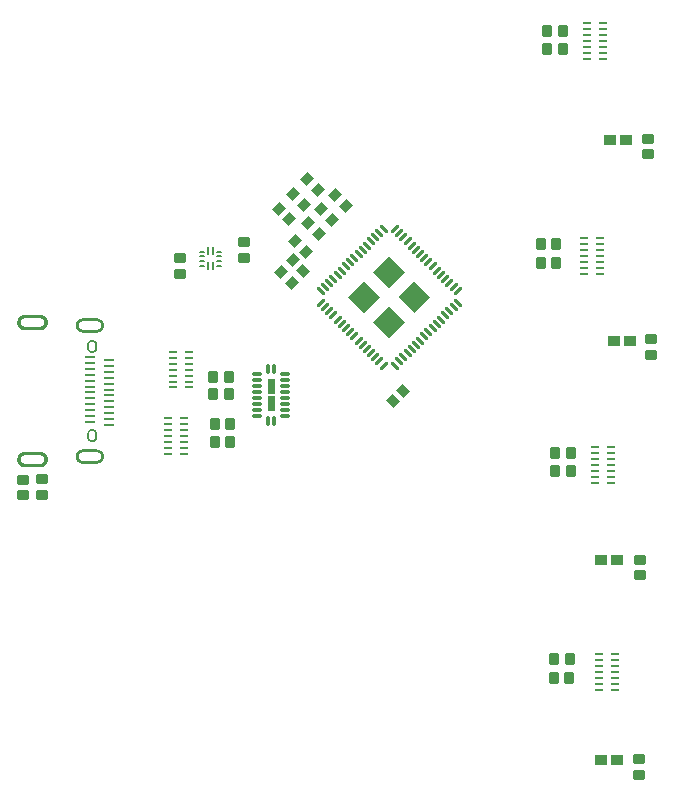
<source format=gtp>
G04*
G04 #@! TF.GenerationSoftware,Altium Limited,Altium Designer,24.0.1 (36)*
G04*
G04 Layer_Color=8421504*
%FSLAX44Y44*%
%MOMM*%
G71*
G04*
G04 #@! TF.SameCoordinates,3B49473D-73B2-42EE-9F38-8EB038721B03*
G04*
G04*
G04 #@! TF.FilePolarity,Positive*
G04*
G01*
G75*
G04:AMPARAMS|DCode=17|XSize=0.86mm|YSize=0.26mm|CornerRadius=0.0325mm|HoleSize=0mm|Usage=FLASHONLY|Rotation=135.000|XOffset=0mm|YOffset=0mm|HoleType=Round|Shape=RoundedRectangle|*
%AMROUNDEDRECTD17*
21,1,0.8600,0.1950,0,0,135.0*
21,1,0.7950,0.2600,0,0,135.0*
1,1,0.0650,-0.2121,0.3500*
1,1,0.0650,0.3500,-0.2121*
1,1,0.0650,0.2121,-0.3500*
1,1,0.0650,-0.3500,0.2121*
%
%ADD17ROUNDEDRECTD17*%
G04:AMPARAMS|DCode=18|XSize=0.26mm|YSize=0.86mm|CornerRadius=0.0325mm|HoleSize=0mm|Usage=FLASHONLY|Rotation=135.000|XOffset=0mm|YOffset=0mm|HoleType=Round|Shape=RoundedRectangle|*
%AMROUNDEDRECTD18*
21,1,0.2600,0.7950,0,0,135.0*
21,1,0.1950,0.8600,0,0,135.0*
1,1,0.0650,0.2121,0.3500*
1,1,0.0650,0.3500,0.2121*
1,1,0.0650,-0.2121,-0.3500*
1,1,0.0650,-0.3500,-0.2121*
%
%ADD18ROUNDEDRECTD18*%
%ADD19R,0.9500X0.2700*%
G04:AMPARAMS|DCode=20|XSize=1mm|YSize=0.82mm|CornerRadius=0.041mm|HoleSize=0mm|Usage=FLASHONLY|Rotation=180.000|XOffset=0mm|YOffset=0mm|HoleType=Round|Shape=RoundedRectangle|*
%AMROUNDEDRECTD20*
21,1,1.0000,0.7380,0,0,180.0*
21,1,0.9180,0.8200,0,0,180.0*
1,1,0.0820,-0.4590,0.3690*
1,1,0.0820,0.4590,0.3690*
1,1,0.0820,0.4590,-0.3690*
1,1,0.0820,-0.4590,-0.3690*
%
%ADD20ROUNDEDRECTD20*%
G04:AMPARAMS|DCode=21|XSize=0.95mm|YSize=0.8mm|CornerRadius=0.04mm|HoleSize=0mm|Usage=FLASHONLY|Rotation=45.000|XOffset=0mm|YOffset=0mm|HoleType=Round|Shape=RoundedRectangle|*
%AMROUNDEDRECTD21*
21,1,0.9500,0.7200,0,0,45.0*
21,1,0.8700,0.8000,0,0,45.0*
1,1,0.0800,0.5622,0.0530*
1,1,0.0800,-0.0530,-0.5622*
1,1,0.0800,-0.5622,-0.0530*
1,1,0.0800,0.0530,0.5622*
%
%ADD21ROUNDEDRECTD21*%
G04:AMPARAMS|DCode=22|XSize=0.74mm|YSize=0.22mm|CornerRadius=0.0066mm|HoleSize=0mm|Usage=FLASHONLY|Rotation=180.000|XOffset=0mm|YOffset=0mm|HoleType=Round|Shape=RoundedRectangle|*
%AMROUNDEDRECTD22*
21,1,0.7400,0.2068,0,0,180.0*
21,1,0.7268,0.2200,0,0,180.0*
1,1,0.0132,-0.3634,0.1034*
1,1,0.0132,0.3634,0.1034*
1,1,0.0132,0.3634,-0.1034*
1,1,0.0132,-0.3634,-0.1034*
%
%ADD22ROUNDEDRECTD22*%
G04:AMPARAMS|DCode=23|XSize=0.95mm|YSize=0.8mm|CornerRadius=0.04mm|HoleSize=0mm|Usage=FLASHONLY|Rotation=135.000|XOffset=0mm|YOffset=0mm|HoleType=Round|Shape=RoundedRectangle|*
%AMROUNDEDRECTD23*
21,1,0.9500,0.7200,0,0,135.0*
21,1,0.8700,0.8000,0,0,135.0*
1,1,0.0800,-0.0530,0.5622*
1,1,0.0800,0.5622,-0.0530*
1,1,0.0800,0.0530,-0.5622*
1,1,0.0800,-0.5622,0.0530*
%
%ADD23ROUNDEDRECTD23*%
G04:AMPARAMS|DCode=24|XSize=0.86mm|YSize=0.27mm|CornerRadius=0.0675mm|HoleSize=0mm|Usage=FLASHONLY|Rotation=270.000|XOffset=0mm|YOffset=0mm|HoleType=Round|Shape=RoundedRectangle|*
%AMROUNDEDRECTD24*
21,1,0.8600,0.1350,0,0,270.0*
21,1,0.7250,0.2700,0,0,270.0*
1,1,0.1350,-0.0675,-0.3625*
1,1,0.1350,-0.0675,0.3625*
1,1,0.1350,0.0675,0.3625*
1,1,0.1350,0.0675,-0.3625*
%
%ADD24ROUNDEDRECTD24*%
G04:AMPARAMS|DCode=25|XSize=0.86mm|YSize=0.27mm|CornerRadius=0.0675mm|HoleSize=0mm|Usage=FLASHONLY|Rotation=0.000|XOffset=0mm|YOffset=0mm|HoleType=Round|Shape=RoundedRectangle|*
%AMROUNDEDRECTD25*
21,1,0.8600,0.1350,0,0,0.0*
21,1,0.7250,0.2700,0,0,0.0*
1,1,0.1350,0.3625,-0.0675*
1,1,0.1350,-0.3625,-0.0675*
1,1,0.1350,-0.3625,0.0675*
1,1,0.1350,0.3625,0.0675*
%
%ADD25ROUNDEDRECTD25*%
G04:AMPARAMS|DCode=26|XSize=0.95mm|YSize=0.8mm|CornerRadius=0.04mm|HoleSize=0mm|Usage=FLASHONLY|Rotation=180.000|XOffset=0mm|YOffset=0mm|HoleType=Round|Shape=RoundedRectangle|*
%AMROUNDEDRECTD26*
21,1,0.9500,0.7200,0,0,180.0*
21,1,0.8700,0.8000,0,0,180.0*
1,1,0.0800,-0.4350,0.3600*
1,1,0.0800,0.4350,0.3600*
1,1,0.0800,0.4350,-0.3600*
1,1,0.0800,-0.4350,-0.3600*
%
%ADD26ROUNDEDRECTD26*%
G04:AMPARAMS|DCode=27|XSize=1mm|YSize=0.82mm|CornerRadius=0.041mm|HoleSize=0mm|Usage=FLASHONLY|Rotation=90.000|XOffset=0mm|YOffset=0mm|HoleType=Round|Shape=RoundedRectangle|*
%AMROUNDEDRECTD27*
21,1,1.0000,0.7380,0,0,90.0*
21,1,0.9180,0.8200,0,0,90.0*
1,1,0.0820,0.3690,0.4590*
1,1,0.0820,0.3690,-0.4590*
1,1,0.0820,-0.3690,-0.4590*
1,1,0.0820,-0.3690,0.4590*
%
%ADD27ROUNDEDRECTD27*%
%ADD28R,1.1061X0.9582*%
G04:AMPARAMS|DCode=29|XSize=0.2mm|YSize=0.5mm|CornerRadius=0.05mm|HoleSize=0mm|Usage=FLASHONLY|Rotation=90.000|XOffset=0mm|YOffset=0mm|HoleType=Round|Shape=RoundedRectangle|*
%AMROUNDEDRECTD29*
21,1,0.2000,0.4000,0,0,90.0*
21,1,0.1000,0.5000,0,0,90.0*
1,1,0.1000,0.2000,0.0500*
1,1,0.1000,0.2000,-0.0500*
1,1,0.1000,-0.2000,-0.0500*
1,1,0.1000,-0.2000,0.0500*
%
%ADD29ROUNDEDRECTD29*%
G36*
X434760Y971840D02*
X434780D01*
X434810Y971830D01*
X434840Y971820D01*
X434860D01*
X434890Y971810D01*
X434910Y971790D01*
X434940Y971780D01*
X434960Y971770D01*
X434980Y971750D01*
X435010Y971730D01*
X435030Y971720D01*
X435050Y971700D01*
X435070Y971680D01*
X435080Y971660D01*
X435100Y971630D01*
X435120Y971610D01*
X435130Y971590D01*
X435140Y971560D01*
X435160Y971540D01*
X435170Y971510D01*
Y971490D01*
X435180Y971460D01*
X435190Y971430D01*
Y971410D01*
X435200Y971380D01*
Y965620D01*
X435190Y965590D01*
Y965570D01*
X435180Y965540D01*
X435170Y965510D01*
Y965490D01*
X435160Y965460D01*
X435140Y965440D01*
X435130Y965410D01*
X435120Y965390D01*
X435100Y965370D01*
X435080Y965340D01*
X435070Y965320D01*
X435050Y965300D01*
X435030Y965280D01*
X435010Y965270D01*
X434980Y965250D01*
X434960Y965230D01*
X434940Y965220D01*
X434910Y965210D01*
X434890Y965190D01*
X434860Y965180D01*
X434840D01*
X434810Y965170D01*
X434780Y965160D01*
X434760D01*
X434730Y965150D01*
X433770D01*
X433740Y965160D01*
X433720D01*
X433690Y965170D01*
X433660Y965180D01*
X433640D01*
X433610Y965190D01*
X433590Y965210D01*
X433560Y965220D01*
X433540Y965230D01*
X433520Y965250D01*
X433490Y965270D01*
X433470Y965280D01*
X433450Y965300D01*
X433430Y965320D01*
X433420Y965340D01*
X433400Y965370D01*
X433380Y965390D01*
X433370Y965410D01*
X433360Y965440D01*
X433340Y965460D01*
X433330Y965490D01*
Y965510D01*
X433320Y965540D01*
X433310Y965570D01*
Y965590D01*
X433300Y965620D01*
Y971380D01*
X433310Y971410D01*
Y971430D01*
X433320Y971460D01*
X433330Y971490D01*
Y971510D01*
X433340Y971540D01*
X433360Y971560D01*
X433370Y971590D01*
X433380Y971610D01*
X433400Y971630D01*
X433420Y971660D01*
X433430Y971680D01*
X433450Y971700D01*
X433470Y971720D01*
X433490Y971730D01*
X433520Y971750D01*
X433540Y971770D01*
X433560Y971780D01*
X433590Y971790D01*
X433610Y971810D01*
X433640Y971820D01*
X433660D01*
X433690Y971830D01*
X433720Y971840D01*
X433740D01*
X433770Y971850D01*
X434730D01*
X434760Y971840D01*
D02*
G37*
G36*
X430760D02*
X430780D01*
X430810Y971830D01*
X430840Y971820D01*
X430860D01*
X430890Y971810D01*
X430910Y971790D01*
X430940Y971780D01*
X430960Y971770D01*
X430980Y971750D01*
X431010Y971730D01*
X431030Y971720D01*
X431050Y971700D01*
X431070Y971680D01*
X431080Y971660D01*
X431100Y971630D01*
X431120Y971610D01*
X431130Y971590D01*
X431140Y971560D01*
X431160Y971540D01*
X431170Y971510D01*
Y971490D01*
X431180Y971460D01*
X431190Y971430D01*
Y971410D01*
X431200Y971380D01*
Y965620D01*
X431190Y965590D01*
Y965570D01*
X431180Y965540D01*
X431170Y965510D01*
Y965490D01*
X431160Y965460D01*
X431140Y965440D01*
X431130Y965410D01*
X431120Y965390D01*
X431100Y965370D01*
X431080Y965340D01*
X431070Y965320D01*
X431050Y965300D01*
X431030Y965280D01*
X431010Y965270D01*
X430980Y965250D01*
X430960Y965230D01*
X430940Y965220D01*
X430910Y965210D01*
X430890Y965190D01*
X430860Y965180D01*
X430840D01*
X430810Y965170D01*
X430780Y965160D01*
X430760D01*
X430730Y965150D01*
X429770D01*
X429740Y965160D01*
X429720D01*
X429690Y965170D01*
X429660Y965180D01*
X429640D01*
X429610Y965190D01*
X429590Y965210D01*
X429560Y965220D01*
X429540Y965230D01*
X429520Y965250D01*
X429490Y965270D01*
X429470Y965280D01*
X429450Y965300D01*
X429430Y965320D01*
X429420Y965340D01*
X429400Y965370D01*
X429380Y965390D01*
X429370Y965410D01*
X429360Y965440D01*
X429340Y965460D01*
X429330Y965490D01*
Y965510D01*
X429320Y965540D01*
X429310Y965570D01*
Y965590D01*
X429300Y965620D01*
Y971380D01*
X429310Y971410D01*
Y971430D01*
X429320Y971460D01*
X429330Y971490D01*
Y971510D01*
X429340Y971540D01*
X429360Y971560D01*
X429370Y971590D01*
X429380Y971610D01*
X429400Y971630D01*
X429420Y971660D01*
X429430Y971680D01*
X429450Y971700D01*
X429470Y971720D01*
X429490Y971730D01*
X429520Y971750D01*
X429540Y971770D01*
X429560Y971780D01*
X429590Y971790D01*
X429610Y971810D01*
X429640Y971820D01*
X429660D01*
X429690Y971830D01*
X429720Y971840D01*
X429740D01*
X429770Y971850D01*
X430730D01*
X430760Y971840D01*
D02*
G37*
G36*
X434760Y958840D02*
X434780D01*
X434810Y958830D01*
X434840Y958820D01*
X434860D01*
X434890Y958810D01*
X434910Y958790D01*
X434940Y958780D01*
X434960Y958770D01*
X434980Y958750D01*
X435010Y958730D01*
X435030Y958720D01*
X435050Y958700D01*
X435070Y958680D01*
X435080Y958660D01*
X435100Y958630D01*
X435120Y958610D01*
X435130Y958590D01*
X435140Y958560D01*
X435160Y958540D01*
X435170Y958510D01*
Y958490D01*
X435180Y958460D01*
X435190Y958430D01*
Y958410D01*
X435200Y958380D01*
Y952620D01*
X435190Y952590D01*
Y952570D01*
X435180Y952540D01*
X435170Y952510D01*
Y952490D01*
X435160Y952460D01*
X435140Y952440D01*
X435130Y952410D01*
X435120Y952390D01*
X435100Y952370D01*
X435080Y952340D01*
X435070Y952320D01*
X435050Y952300D01*
X435030Y952280D01*
X435010Y952270D01*
X434980Y952250D01*
X434960Y952230D01*
X434940Y952220D01*
X434910Y952210D01*
X434890Y952190D01*
X434860Y952180D01*
X434840D01*
X434810Y952170D01*
X434780Y952160D01*
X434760D01*
X434730Y952150D01*
X433770D01*
X433740Y952160D01*
X433720D01*
X433690Y952170D01*
X433660Y952180D01*
X433640D01*
X433610Y952190D01*
X433590Y952210D01*
X433560Y952220D01*
X433540Y952230D01*
X433520Y952250D01*
X433490Y952270D01*
X433470Y952280D01*
X433450Y952300D01*
X433430Y952320D01*
X433420Y952340D01*
X433400Y952370D01*
X433380Y952390D01*
X433370Y952410D01*
X433360Y952440D01*
X433340Y952460D01*
X433330Y952490D01*
Y952510D01*
X433320Y952540D01*
X433310Y952570D01*
Y952590D01*
X433300Y952620D01*
Y958380D01*
X433310Y958410D01*
Y958430D01*
X433320Y958460D01*
X433330Y958490D01*
Y958510D01*
X433340Y958540D01*
X433360Y958560D01*
X433370Y958590D01*
X433380Y958610D01*
X433400Y958630D01*
X433420Y958660D01*
X433430Y958680D01*
X433450Y958700D01*
X433470Y958720D01*
X433490Y958730D01*
X433520Y958750D01*
X433540Y958770D01*
X433560Y958780D01*
X433590Y958790D01*
X433610Y958810D01*
X433640Y958820D01*
X433660D01*
X433690Y958830D01*
X433720Y958840D01*
X433740D01*
X433770Y958850D01*
X434730D01*
X434760Y958840D01*
D02*
G37*
G36*
X430760D02*
X430780D01*
X430810Y958830D01*
X430840Y958820D01*
X430860D01*
X430890Y958810D01*
X430910Y958790D01*
X430940Y958780D01*
X430960Y958770D01*
X430980Y958750D01*
X431010Y958730D01*
X431030Y958720D01*
X431050Y958700D01*
X431070Y958680D01*
X431080Y958660D01*
X431100Y958630D01*
X431120Y958610D01*
X431130Y958590D01*
X431140Y958560D01*
X431160Y958540D01*
X431170Y958510D01*
Y958490D01*
X431180Y958460D01*
X431190Y958430D01*
Y958410D01*
X431200Y958380D01*
Y952620D01*
X431190Y952590D01*
Y952570D01*
X431180Y952540D01*
X431170Y952510D01*
Y952490D01*
X431160Y952460D01*
X431140Y952440D01*
X431130Y952410D01*
X431120Y952390D01*
X431100Y952370D01*
X431080Y952340D01*
X431070Y952320D01*
X431050Y952300D01*
X431030Y952280D01*
X431010Y952270D01*
X430980Y952250D01*
X430960Y952230D01*
X430940Y952220D01*
X430910Y952210D01*
X430890Y952190D01*
X430860Y952180D01*
X430840D01*
X430810Y952170D01*
X430780Y952160D01*
X430760D01*
X430730Y952150D01*
X429770D01*
X429740Y952160D01*
X429720D01*
X429690Y952170D01*
X429660Y952180D01*
X429640D01*
X429610Y952190D01*
X429590Y952210D01*
X429560Y952220D01*
X429540Y952230D01*
X429520Y952250D01*
X429490Y952270D01*
X429470Y952280D01*
X429450Y952300D01*
X429430Y952320D01*
X429420Y952340D01*
X429400Y952370D01*
X429380Y952390D01*
X429370Y952410D01*
X429360Y952440D01*
X429340Y952460D01*
X429330Y952490D01*
Y952510D01*
X429320Y952540D01*
X429310Y952570D01*
Y952590D01*
X429300Y952620D01*
Y958380D01*
X429310Y958410D01*
Y958430D01*
X429320Y958460D01*
X429330Y958490D01*
Y958510D01*
X429340Y958540D01*
X429360Y958560D01*
X429370Y958590D01*
X429380Y958610D01*
X429400Y958630D01*
X429420Y958660D01*
X429430Y958680D01*
X429450Y958700D01*
X429470Y958720D01*
X429490Y958730D01*
X429520Y958750D01*
X429540Y958770D01*
X429560Y958780D01*
X429590Y958790D01*
X429610Y958810D01*
X429640Y958820D01*
X429660D01*
X429690Y958830D01*
X429720Y958840D01*
X429740D01*
X429770Y958850D01*
X430730D01*
X430760Y958840D01*
D02*
G37*
G36*
X596992Y950627D02*
X583557Y937192D01*
X570122Y950627D01*
X583557Y964062D01*
X596992Y950627D01*
D02*
G37*
G36*
X618205Y929414D02*
X604770Y915978D01*
X591335Y929414D01*
X604770Y942849D01*
X618205Y929414D01*
D02*
G37*
G36*
X575779D02*
X562344Y915978D01*
X548909Y929414D01*
X562344Y942849D01*
X575779Y929414D01*
D02*
G37*
G36*
X288340Y914491D02*
X288679Y914464D01*
X289017Y914420D01*
X289351Y914358D01*
X289682Y914278D01*
X290009Y914182D01*
X290329Y914068D01*
X290644Y913938D01*
X290951Y913792D01*
X291250Y913629D01*
X291540Y913451D01*
X291821Y913259D01*
X292091Y913052D01*
X292349Y912830D01*
X292596Y912596D01*
X292831Y912349D01*
X293051Y912091D01*
X293259Y911821D01*
X293451Y911540D01*
X293629Y911250D01*
X293792Y910951D01*
X293938Y910644D01*
X294068Y910329D01*
X294182Y910009D01*
X294279Y909682D01*
X294358Y909351D01*
X294420Y909017D01*
X294464Y908679D01*
X294491Y908340D01*
X294500Y908000D01*
X294491Y907660D01*
X294464Y907321D01*
X294420Y906983D01*
X294358Y906649D01*
X294279Y906318D01*
X294182Y905991D01*
X294068Y905671D01*
X293938Y905356D01*
X293792Y905049D01*
X293629Y904750D01*
X293451Y904460D01*
X293259Y904179D01*
X293051Y903909D01*
X292831Y903651D01*
X292596Y903404D01*
X292349Y903170D01*
X292091Y902949D01*
X291821Y902741D01*
X291540Y902549D01*
X291250Y902371D01*
X290951Y902208D01*
X290644Y902062D01*
X290329Y901932D01*
X290009Y901818D01*
X289682Y901721D01*
X289351Y901642D01*
X289017Y901580D01*
X288679Y901536D01*
X288340Y901509D01*
X288000Y901500D01*
X275000D01*
X274660Y901509D01*
X274321Y901536D01*
X273983Y901580D01*
X273649Y901642D01*
X273318Y901721D01*
X272991Y901818D01*
X272671Y901932D01*
X272356Y902062D01*
X272049Y902208D01*
X271750Y902371D01*
X271460Y902549D01*
X271179Y902741D01*
X270909Y902949D01*
X270651Y903170D01*
X270404Y903404D01*
X270170Y903651D01*
X269949Y903909D01*
X269741Y904179D01*
X269549Y904460D01*
X269371Y904750D01*
X269209Y905049D01*
X269062Y905356D01*
X268932Y905671D01*
X268818Y905991D01*
X268722Y906318D01*
X268642Y906649D01*
X268580Y906983D01*
X268536Y907321D01*
X268509Y907660D01*
X268500Y908000D01*
X268509Y908340D01*
X268536Y908679D01*
X268580Y909017D01*
X268642Y909351D01*
X268722Y909682D01*
X268818Y910009D01*
X268932Y910329D01*
X269062Y910644D01*
X269209Y910951D01*
X269371Y911250D01*
X269549Y911540D01*
X269741Y911821D01*
X269949Y912091D01*
X270170Y912349D01*
X270404Y912596D01*
X270651Y912830D01*
X270909Y913052D01*
X271179Y913259D01*
X271460Y913451D01*
X271750Y913629D01*
X272049Y913792D01*
X272356Y913938D01*
X272671Y914068D01*
X272991Y914182D01*
X273318Y914278D01*
X273649Y914358D01*
X273983Y914420D01*
X274321Y914464D01*
X274660Y914491D01*
X275000Y914500D01*
X288000D01*
X288340Y914491D01*
D02*
G37*
G36*
X336314Y911492D02*
X336627Y911467D01*
X336939Y911426D01*
X337248Y911369D01*
X337553Y911296D01*
X337854Y911206D01*
X338150Y911102D01*
X338440Y910981D01*
X338724Y910846D01*
X339000Y910696D01*
X339268Y910532D01*
X339527Y910354D01*
X339776Y910163D01*
X340015Y909959D01*
X340243Y909743D01*
X340459Y909515D01*
X340663Y909276D01*
X340854Y909027D01*
X341032Y908768D01*
X341196Y908500D01*
X341346Y908224D01*
X341481Y907940D01*
X341601Y907650D01*
X341706Y907354D01*
X341796Y907053D01*
X341869Y906748D01*
X341926Y906439D01*
X341967Y906127D01*
X341992Y905814D01*
X342000Y905500D01*
X341992Y905186D01*
X341967Y904873D01*
X341926Y904561D01*
X341869Y904252D01*
X341796Y903947D01*
X341706Y903646D01*
X341601Y903350D01*
X341481Y903060D01*
X341346Y902776D01*
X341196Y902500D01*
X341032Y902232D01*
X340854Y901973D01*
X340663Y901724D01*
X340459Y901485D01*
X340243Y901257D01*
X340015Y901041D01*
X339776Y900837D01*
X339527Y900646D01*
X339268Y900468D01*
X339000Y900304D01*
X338724Y900154D01*
X338440Y900019D01*
X338150Y899899D01*
X337854Y899794D01*
X337553Y899704D01*
X337248Y899631D01*
X336939Y899574D01*
X336627Y899533D01*
X336314Y899508D01*
X336000Y899500D01*
X324000D01*
X323686Y899508D01*
X323373Y899533D01*
X323061Y899574D01*
X322752Y899631D01*
X322447Y899704D01*
X322146Y899794D01*
X321850Y899899D01*
X321560Y900019D01*
X321276Y900154D01*
X321000Y900304D01*
X320732Y900468D01*
X320473Y900646D01*
X320224Y900837D01*
X319985Y901041D01*
X319757Y901257D01*
X319541Y901485D01*
X319337Y901724D01*
X319146Y901973D01*
X318968Y902232D01*
X318804Y902500D01*
X318654Y902776D01*
X318519Y903060D01*
X318398Y903350D01*
X318294Y903646D01*
X318204Y903947D01*
X318131Y904252D01*
X318074Y904561D01*
X318033Y904873D01*
X318008Y905186D01*
X318000Y905500D01*
X318008Y905814D01*
X318033Y906127D01*
X318074Y906439D01*
X318131Y906748D01*
X318204Y907053D01*
X318294Y907354D01*
X318398Y907650D01*
X318519Y907940D01*
X318654Y908224D01*
X318804Y908500D01*
X318968Y908768D01*
X319146Y909027D01*
X319337Y909276D01*
X319541Y909515D01*
X319757Y909743D01*
X319985Y909959D01*
X320224Y910163D01*
X320473Y910354D01*
X320732Y910532D01*
X321000Y910696D01*
X321276Y910846D01*
X321560Y910981D01*
X321850Y911102D01*
X322146Y911206D01*
X322447Y911296D01*
X322752Y911369D01*
X323061Y911426D01*
X323373Y911467D01*
X323686Y911492D01*
X324000Y911500D01*
X336000D01*
X336314Y911492D01*
D02*
G37*
G36*
X596992Y908200D02*
X583557Y894765D01*
X570122Y908200D01*
X583557Y921635D01*
X596992Y908200D01*
D02*
G37*
G36*
X332222Y893244D02*
X332444Y893227D01*
X332665Y893198D01*
X332884Y893157D01*
X333100Y893105D01*
X333313Y893042D01*
X333523Y892968D01*
X333729Y892883D01*
X333929Y892787D01*
X334125Y892681D01*
X334315Y892564D01*
X334498Y892438D01*
X334675Y892303D01*
X334844Y892158D01*
X335005Y892005D01*
X335158Y891844D01*
X335303Y891675D01*
X335438Y891498D01*
X335564Y891315D01*
X335681Y891125D01*
X335787Y890929D01*
X335883Y890729D01*
X335968Y890523D01*
X336042Y890313D01*
X336105Y890100D01*
X336157Y889884D01*
X336198Y889665D01*
X336227Y889444D01*
X336244Y889222D01*
X336250Y889000D01*
Y887750D01*
Y886500D01*
X336244Y886278D01*
X336227Y886056D01*
X336198Y885835D01*
X336157Y885616D01*
X336105Y885400D01*
X336042Y885187D01*
X335968Y884977D01*
X335883Y884771D01*
X335787Y884570D01*
X335681Y884375D01*
X335564Y884185D01*
X335438Y884002D01*
X335303Y883825D01*
X335158Y883656D01*
X335005Y883495D01*
X334844Y883342D01*
X334675Y883197D01*
X334498Y883062D01*
X334315Y882936D01*
X334125Y882819D01*
X333929Y882713D01*
X333729Y882617D01*
X333523Y882532D01*
X333313Y882458D01*
X333100Y882395D01*
X332884Y882343D01*
X332665Y882302D01*
X332444Y882273D01*
X332222Y882256D01*
X332000Y882250D01*
X331778Y882256D01*
X331556Y882273D01*
X331335Y882302D01*
X331116Y882343D01*
X330900Y882395D01*
X330687Y882458D01*
X330477Y882532D01*
X330271Y882617D01*
X330070Y882713D01*
X329875Y882819D01*
X329685Y882936D01*
X329502Y883062D01*
X329325Y883197D01*
X329156Y883342D01*
X328995Y883495D01*
X328842Y883656D01*
X328697Y883825D01*
X328562Y884002D01*
X328436Y884185D01*
X328319Y884375D01*
X328213Y884570D01*
X328117Y884771D01*
X328032Y884977D01*
X327958Y885187D01*
X327895Y885400D01*
X327843Y885616D01*
X327802Y885835D01*
X327773Y886056D01*
X327756Y886278D01*
X327750Y886500D01*
Y887750D01*
Y889000D01*
X327756Y889222D01*
X327773Y889444D01*
X327802Y889665D01*
X327843Y889884D01*
X327895Y890100D01*
X327958Y890313D01*
X328032Y890523D01*
X328117Y890729D01*
X328213Y890929D01*
X328319Y891125D01*
X328436Y891315D01*
X328562Y891498D01*
X328697Y891675D01*
X328842Y891844D01*
X328995Y892005D01*
X329156Y892158D01*
X329325Y892303D01*
X329502Y892438D01*
X329685Y892564D01*
X329875Y892681D01*
X330070Y892787D01*
X330271Y892883D01*
X330477Y892968D01*
X330687Y893042D01*
X330900Y893105D01*
X331116Y893157D01*
X331335Y893198D01*
X331556Y893227D01*
X331778Y893244D01*
X332000Y893250D01*
X332222Y893244D01*
D02*
G37*
G36*
X486400Y847200D02*
X480600D01*
Y860100D01*
X486400D01*
Y847200D01*
D02*
G37*
G36*
X486405Y832900D02*
X480600D01*
Y845799D01*
X486405D01*
Y832900D01*
D02*
G37*
G36*
X332222Y817744D02*
X332444Y817727D01*
X332665Y817698D01*
X332884Y817657D01*
X333100Y817605D01*
X333313Y817542D01*
X333523Y817468D01*
X333729Y817383D01*
X333929Y817287D01*
X334125Y817181D01*
X334315Y817064D01*
X334498Y816938D01*
X334675Y816803D01*
X334844Y816658D01*
X335005Y816505D01*
X335158Y816344D01*
X335303Y816175D01*
X335438Y815998D01*
X335564Y815815D01*
X335681Y815625D01*
X335787Y815430D01*
X335883Y815229D01*
X335968Y815023D01*
X336042Y814813D01*
X336105Y814600D01*
X336157Y814384D01*
X336198Y814165D01*
X336227Y813944D01*
X336244Y813722D01*
X336250Y813500D01*
Y812250D01*
Y811000D01*
X336244Y810778D01*
X336227Y810556D01*
X336198Y810335D01*
X336157Y810116D01*
X336105Y809900D01*
X336042Y809687D01*
X335968Y809477D01*
X335883Y809271D01*
X335787Y809071D01*
X335681Y808875D01*
X335564Y808685D01*
X335438Y808502D01*
X335303Y808325D01*
X335158Y808156D01*
X335005Y807995D01*
X334844Y807842D01*
X334675Y807697D01*
X334498Y807562D01*
X334315Y807436D01*
X334125Y807319D01*
X333929Y807213D01*
X333729Y807117D01*
X333523Y807032D01*
X333313Y806958D01*
X333100Y806895D01*
X332884Y806843D01*
X332665Y806802D01*
X332444Y806773D01*
X332222Y806756D01*
X332000Y806750D01*
X331778Y806756D01*
X331556Y806773D01*
X331335Y806802D01*
X331116Y806843D01*
X330900Y806895D01*
X330687Y806958D01*
X330477Y807032D01*
X330271Y807117D01*
X330070Y807213D01*
X329875Y807319D01*
X329685Y807436D01*
X329502Y807562D01*
X329325Y807697D01*
X329156Y807842D01*
X328995Y807995D01*
X328842Y808156D01*
X328697Y808325D01*
X328562Y808502D01*
X328436Y808685D01*
X328319Y808875D01*
X328213Y809071D01*
X328117Y809271D01*
X328032Y809477D01*
X327958Y809687D01*
X327895Y809900D01*
X327843Y810116D01*
X327802Y810335D01*
X327773Y810556D01*
X327756Y810778D01*
X327750Y811000D01*
Y812250D01*
Y813500D01*
X327756Y813722D01*
X327773Y813944D01*
X327802Y814165D01*
X327843Y814384D01*
X327895Y814600D01*
X327958Y814813D01*
X328032Y815023D01*
X328117Y815229D01*
X328213Y815430D01*
X328319Y815625D01*
X328436Y815815D01*
X328562Y815998D01*
X328697Y816175D01*
X328842Y816344D01*
X328995Y816505D01*
X329156Y816658D01*
X329325Y816803D01*
X329502Y816938D01*
X329685Y817064D01*
X329875Y817181D01*
X330070Y817287D01*
X330271Y817383D01*
X330477Y817468D01*
X330687Y817542D01*
X330900Y817605D01*
X331116Y817657D01*
X331335Y817698D01*
X331556Y817727D01*
X331778Y817744D01*
X332000Y817750D01*
X332222Y817744D01*
D02*
G37*
G36*
X336314Y800492D02*
X336627Y800467D01*
X336939Y800426D01*
X337248Y800369D01*
X337553Y800296D01*
X337854Y800206D01*
X338150Y800101D01*
X338440Y799981D01*
X338724Y799846D01*
X339000Y799696D01*
X339268Y799532D01*
X339527Y799354D01*
X339776Y799163D01*
X340015Y798959D01*
X340243Y798743D01*
X340459Y798515D01*
X340663Y798276D01*
X340854Y798027D01*
X341032Y797768D01*
X341196Y797500D01*
X341346Y797224D01*
X341481Y796940D01*
X341601Y796650D01*
X341706Y796354D01*
X341796Y796053D01*
X341869Y795748D01*
X341926Y795439D01*
X341967Y795127D01*
X341992Y794814D01*
X342000Y794500D01*
X341992Y794186D01*
X341967Y793873D01*
X341926Y793561D01*
X341869Y793252D01*
X341796Y792947D01*
X341706Y792646D01*
X341601Y792350D01*
X341481Y792060D01*
X341346Y791776D01*
X341196Y791500D01*
X341032Y791232D01*
X340854Y790973D01*
X340663Y790724D01*
X340459Y790485D01*
X340243Y790257D01*
X340015Y790041D01*
X339776Y789837D01*
X339527Y789646D01*
X339268Y789468D01*
X339000Y789304D01*
X338724Y789154D01*
X338440Y789019D01*
X338150Y788898D01*
X337854Y788794D01*
X337553Y788704D01*
X337248Y788631D01*
X336939Y788574D01*
X336627Y788533D01*
X336314Y788508D01*
X336000Y788500D01*
X324000D01*
X323686Y788508D01*
X323373Y788533D01*
X323061Y788574D01*
X322752Y788631D01*
X322447Y788704D01*
X322146Y788794D01*
X321850Y788898D01*
X321560Y789019D01*
X321276Y789154D01*
X321000Y789304D01*
X320732Y789468D01*
X320473Y789646D01*
X320224Y789837D01*
X319985Y790041D01*
X319757Y790257D01*
X319541Y790485D01*
X319337Y790724D01*
X319146Y790973D01*
X318968Y791232D01*
X318804Y791500D01*
X318654Y791776D01*
X318519Y792060D01*
X318398Y792350D01*
X318294Y792646D01*
X318204Y792947D01*
X318131Y793252D01*
X318074Y793561D01*
X318033Y793873D01*
X318008Y794186D01*
X318000Y794500D01*
X318008Y794814D01*
X318033Y795127D01*
X318074Y795439D01*
X318131Y795748D01*
X318204Y796053D01*
X318294Y796354D01*
X318398Y796650D01*
X318519Y796940D01*
X318654Y797224D01*
X318804Y797500D01*
X318968Y797768D01*
X319146Y798027D01*
X319337Y798276D01*
X319541Y798515D01*
X319757Y798743D01*
X319985Y798959D01*
X320224Y799163D01*
X320473Y799354D01*
X320732Y799532D01*
X321000Y799696D01*
X321276Y799846D01*
X321560Y799981D01*
X321850Y800101D01*
X322146Y800206D01*
X322447Y800296D01*
X322752Y800369D01*
X323061Y800426D01*
X323373Y800467D01*
X323686Y800492D01*
X324000Y800500D01*
X336000D01*
X336314Y800492D01*
D02*
G37*
G36*
X288340Y798491D02*
X288679Y798464D01*
X289017Y798420D01*
X289351Y798358D01*
X289682Y798279D01*
X290009Y798182D01*
X290329Y798068D01*
X290644Y797938D01*
X290951Y797792D01*
X291250Y797629D01*
X291540Y797451D01*
X291821Y797259D01*
X292091Y797051D01*
X292349Y796830D01*
X292596Y796596D01*
X292831Y796349D01*
X293051Y796091D01*
X293259Y795821D01*
X293451Y795540D01*
X293629Y795250D01*
X293792Y794951D01*
X293938Y794644D01*
X294068Y794329D01*
X294182Y794009D01*
X294279Y793682D01*
X294358Y793351D01*
X294420Y793017D01*
X294464Y792679D01*
X294491Y792340D01*
X294500Y792000D01*
X294491Y791660D01*
X294464Y791321D01*
X294420Y790983D01*
X294358Y790649D01*
X294279Y790318D01*
X294182Y789991D01*
X294068Y789671D01*
X293938Y789356D01*
X293792Y789049D01*
X293629Y788750D01*
X293451Y788460D01*
X293259Y788179D01*
X293051Y787909D01*
X292831Y787651D01*
X292596Y787404D01*
X292349Y787170D01*
X292091Y786948D01*
X291821Y786741D01*
X291540Y786549D01*
X291250Y786371D01*
X290951Y786208D01*
X290644Y786062D01*
X290329Y785932D01*
X290009Y785818D01*
X289682Y785722D01*
X289351Y785642D01*
X289017Y785580D01*
X288679Y785536D01*
X288340Y785509D01*
X288000Y785500D01*
X275000D01*
X274660Y785509D01*
X274321Y785536D01*
X273983Y785580D01*
X273649Y785642D01*
X273318Y785722D01*
X272991Y785818D01*
X272671Y785932D01*
X272356Y786062D01*
X272049Y786208D01*
X271750Y786371D01*
X271460Y786549D01*
X271179Y786741D01*
X270909Y786948D01*
X270651Y787170D01*
X270404Y787404D01*
X270170Y787651D01*
X269949Y787909D01*
X269741Y788179D01*
X269549Y788460D01*
X269371Y788750D01*
X269209Y789049D01*
X269062Y789356D01*
X268932Y789671D01*
X268818Y789991D01*
X268722Y790318D01*
X268642Y790649D01*
X268580Y790983D01*
X268536Y791321D01*
X268509Y791660D01*
X268500Y792000D01*
X268509Y792340D01*
X268536Y792679D01*
X268580Y793017D01*
X268642Y793351D01*
X268722Y793682D01*
X268818Y794009D01*
X268932Y794329D01*
X269062Y794644D01*
X269209Y794951D01*
X269371Y795250D01*
X269549Y795540D01*
X269741Y795821D01*
X269949Y796091D01*
X270170Y796349D01*
X270404Y796596D01*
X270651Y796830D01*
X270909Y797051D01*
X271179Y797259D01*
X271460Y797451D01*
X271750Y797629D01*
X272049Y797792D01*
X272356Y797938D01*
X272671Y798068D01*
X272991Y798182D01*
X273318Y798279D01*
X273649Y798358D01*
X273983Y798420D01*
X274321Y798464D01*
X274660Y798491D01*
X275000Y798500D01*
X288000D01*
X288340Y798491D01*
D02*
G37*
%LPC*%
G36*
X288000Y911500D02*
X275000D01*
X274817Y911495D01*
X274634Y911481D01*
X274452Y911457D01*
X274272Y911423D01*
X274094Y911381D01*
X273918Y911329D01*
X273746Y911267D01*
X273576Y911197D01*
X273411Y911118D01*
X273250Y911031D01*
X273094Y910935D01*
X272943Y910832D01*
X272797Y910720D01*
X272658Y910601D01*
X272525Y910475D01*
X272399Y910342D01*
X272280Y910203D01*
X272168Y910057D01*
X272065Y909906D01*
X271969Y909750D01*
X271882Y909589D01*
X271803Y909424D01*
X271733Y909254D01*
X271671Y909082D01*
X271619Y908906D01*
X271576Y908728D01*
X271543Y908548D01*
X271519Y908366D01*
X271505Y908183D01*
X271500Y908000D01*
X271505Y907817D01*
X271519Y907634D01*
X271543Y907452D01*
X271576Y907272D01*
X271619Y907094D01*
X271671Y906918D01*
X271733Y906746D01*
X271803Y906576D01*
X271882Y906411D01*
X271969Y906250D01*
X272065Y906094D01*
X272168Y905943D01*
X272280Y905797D01*
X272399Y905658D01*
X272525Y905525D01*
X272658Y905399D01*
X272797Y905280D01*
X272943Y905168D01*
X273094Y905065D01*
X273250Y904969D01*
X273411Y904882D01*
X273576Y904803D01*
X273746Y904733D01*
X273918Y904671D01*
X274094Y904619D01*
X274272Y904576D01*
X274452Y904543D01*
X274634Y904519D01*
X274817Y904505D01*
X275000Y904500D01*
X288000D01*
X288183Y904505D01*
X288366Y904519D01*
X288547Y904543D01*
X288728Y904576D01*
X288906Y904619D01*
X289082Y904671D01*
X289254Y904733D01*
X289424Y904803D01*
X289589Y904882D01*
X289750Y904969D01*
X289906Y905065D01*
X290057Y905168D01*
X290203Y905280D01*
X290342Y905399D01*
X290475Y905525D01*
X290601Y905658D01*
X290720Y905797D01*
X290832Y905943D01*
X290935Y906094D01*
X291031Y906250D01*
X291119Y906411D01*
X291197Y906576D01*
X291268Y906746D01*
X291329Y906918D01*
X291381Y907094D01*
X291423Y907272D01*
X291457Y907452D01*
X291481Y907634D01*
X291495Y907817D01*
X291500Y908000D01*
X291495Y908183D01*
X291481Y908366D01*
X291457Y908548D01*
X291423Y908728D01*
X291381Y908906D01*
X291329Y909082D01*
X291268Y909254D01*
X291197Y909424D01*
X291119Y909589D01*
X291031Y909750D01*
X290935Y909906D01*
X290832Y910057D01*
X290720Y910203D01*
X290601Y910342D01*
X290475Y910475D01*
X290342Y910601D01*
X290203Y910720D01*
X290057Y910832D01*
X289906Y910935D01*
X289750Y911031D01*
X289589Y911118D01*
X289424Y911197D01*
X289254Y911267D01*
X289082Y911329D01*
X288906Y911381D01*
X288728Y911423D01*
X288547Y911457D01*
X288366Y911481D01*
X288183Y911495D01*
X288000Y911500D01*
D02*
G37*
G36*
X336000Y909000D02*
X324000D01*
X323817Y908995D01*
X323634Y908981D01*
X323452Y908957D01*
X323272Y908923D01*
X323094Y908881D01*
X322918Y908829D01*
X322746Y908767D01*
X322576Y908697D01*
X322411Y908618D01*
X322250Y908531D01*
X322094Y908435D01*
X321943Y908332D01*
X321797Y908220D01*
X321658Y908101D01*
X321525Y907975D01*
X321399Y907842D01*
X321280Y907703D01*
X321168Y907557D01*
X321065Y907406D01*
X320969Y907250D01*
X320882Y907089D01*
X320803Y906924D01*
X320732Y906754D01*
X320671Y906581D01*
X320619Y906406D01*
X320577Y906228D01*
X320543Y906048D01*
X320519Y905866D01*
X320505Y905683D01*
X320500Y905500D01*
X320505Y905317D01*
X320519Y905134D01*
X320543Y904952D01*
X320577Y904772D01*
X320619Y904594D01*
X320671Y904418D01*
X320732Y904246D01*
X320803Y904076D01*
X320882Y903911D01*
X320969Y903750D01*
X321065Y903594D01*
X321168Y903443D01*
X321280Y903297D01*
X321399Y903158D01*
X321525Y903025D01*
X321658Y902899D01*
X321797Y902780D01*
X321943Y902669D01*
X322094Y902565D01*
X322250Y902469D01*
X322411Y902382D01*
X322576Y902303D01*
X322746Y902233D01*
X322918Y902171D01*
X323094Y902119D01*
X323272Y902076D01*
X323452Y902043D01*
X323634Y902019D01*
X323817Y902005D01*
X324000Y902000D01*
X336000D01*
X336183Y902005D01*
X336366Y902019D01*
X336548Y902043D01*
X336728Y902076D01*
X336906Y902119D01*
X337082Y902171D01*
X337254Y902233D01*
X337424Y902303D01*
X337589Y902382D01*
X337750Y902469D01*
X337906Y902565D01*
X338057Y902669D01*
X338203Y902780D01*
X338342Y902899D01*
X338475Y903025D01*
X338601Y903158D01*
X338720Y903297D01*
X338832Y903443D01*
X338935Y903594D01*
X339031Y903750D01*
X339118Y903911D01*
X339197Y904076D01*
X339268Y904246D01*
X339329Y904418D01*
X339381Y904594D01*
X339423Y904772D01*
X339457Y904952D01*
X339481Y905134D01*
X339495Y905317D01*
X339500Y905500D01*
X339495Y905683D01*
X339481Y905866D01*
X339457Y906048D01*
X339423Y906228D01*
X339381Y906406D01*
X339329Y906581D01*
X339268Y906754D01*
X339197Y906924D01*
X339118Y907089D01*
X339031Y907250D01*
X338935Y907406D01*
X338832Y907557D01*
X338720Y907703D01*
X338601Y907842D01*
X338475Y907975D01*
X338342Y908101D01*
X338203Y908220D01*
X338057Y908332D01*
X337906Y908435D01*
X337750Y908531D01*
X337589Y908618D01*
X337424Y908697D01*
X337254Y908767D01*
X337082Y908829D01*
X336906Y908881D01*
X336728Y908923D01*
X336548Y908957D01*
X336366Y908981D01*
X336183Y908995D01*
X336000Y909000D01*
D02*
G37*
G36*
X332000Y891750D02*
X331856Y891746D01*
X331712Y891735D01*
X331570Y891716D01*
X331428Y891690D01*
X331288Y891656D01*
X331150Y891615D01*
X331015Y891567D01*
X330882Y891512D01*
X330751Y891450D01*
X330625Y891382D01*
X330502Y891306D01*
X330384Y891225D01*
X330269Y891137D01*
X330160Y891044D01*
X330055Y890945D01*
X329956Y890840D01*
X329863Y890731D01*
X329775Y890616D01*
X329694Y890498D01*
X329618Y890375D01*
X329550Y890248D01*
X329488Y890118D01*
X329433Y889986D01*
X329385Y889850D01*
X329344Y889712D01*
X329310Y889572D01*
X329284Y889430D01*
X329265Y889287D01*
X329254Y889144D01*
X329250Y889000D01*
Y887750D01*
Y886500D01*
X329254Y886356D01*
X329265Y886213D01*
X329284Y886070D01*
X329310Y885928D01*
X329344Y885788D01*
X329385Y885650D01*
X329433Y885515D01*
X329488Y885381D01*
X329550Y885251D01*
X329618Y885125D01*
X329694Y885002D01*
X329775Y884884D01*
X329863Y884769D01*
X329956Y884660D01*
X330055Y884556D01*
X330160Y884456D01*
X330269Y884363D01*
X330384Y884275D01*
X330502Y884194D01*
X330625Y884118D01*
X330751Y884050D01*
X330882Y883988D01*
X331015Y883933D01*
X331150Y883885D01*
X331288Y883844D01*
X331428Y883810D01*
X331570Y883784D01*
X331712Y883765D01*
X331856Y883754D01*
X332000Y883750D01*
X332144Y883754D01*
X332287Y883765D01*
X332430Y883784D01*
X332572Y883810D01*
X332712Y883844D01*
X332850Y883885D01*
X332985Y883933D01*
X333119Y883988D01*
X333248Y884050D01*
X333375Y884118D01*
X333498Y884194D01*
X333616Y884275D01*
X333731Y884363D01*
X333840Y884456D01*
X333945Y884556D01*
X334044Y884660D01*
X334137Y884769D01*
X334225Y884884D01*
X334306Y885002D01*
X334382Y885125D01*
X334450Y885251D01*
X334512Y885381D01*
X334567Y885515D01*
X334615Y885650D01*
X334656Y885788D01*
X334690Y885928D01*
X334716Y886070D01*
X334735Y886213D01*
X334746Y886356D01*
X334750Y886500D01*
Y887750D01*
Y889000D01*
X334746Y889144D01*
X334735Y889287D01*
X334716Y889430D01*
X334690Y889572D01*
X334656Y889712D01*
X334615Y889850D01*
X334567Y889986D01*
X334512Y890118D01*
X334450Y890248D01*
X334382Y890375D01*
X334306Y890498D01*
X334225Y890616D01*
X334137Y890731D01*
X334044Y890840D01*
X333945Y890945D01*
X333840Y891044D01*
X333731Y891137D01*
X333616Y891225D01*
X333498Y891306D01*
X333375Y891382D01*
X333248Y891450D01*
X333119Y891512D01*
X332985Y891567D01*
X332850Y891615D01*
X332712Y891656D01*
X332572Y891690D01*
X332430Y891716D01*
X332287Y891735D01*
X332144Y891746D01*
X332000Y891750D01*
D02*
G37*
G36*
Y816250D02*
X331856Y816246D01*
X331712Y816235D01*
X331570Y816216D01*
X331428Y816190D01*
X331288Y816156D01*
X331150Y816115D01*
X331015Y816067D01*
X330882Y816012D01*
X330751Y815950D01*
X330625Y815882D01*
X330502Y815806D01*
X330384Y815725D01*
X330269Y815637D01*
X330160Y815544D01*
X330055Y815444D01*
X329956Y815340D01*
X329863Y815231D01*
X329775Y815116D01*
X329694Y814998D01*
X329618Y814875D01*
X329550Y814749D01*
X329488Y814619D01*
X329433Y814485D01*
X329385Y814350D01*
X329344Y814212D01*
X329310Y814072D01*
X329284Y813930D01*
X329265Y813788D01*
X329254Y813644D01*
X329250Y813500D01*
Y812250D01*
Y811000D01*
X329254Y810856D01*
X329265Y810713D01*
X329284Y810570D01*
X329310Y810428D01*
X329344Y810288D01*
X329385Y810150D01*
X329433Y810014D01*
X329488Y809882D01*
X329550Y809752D01*
X329618Y809625D01*
X329694Y809502D01*
X329775Y809384D01*
X329863Y809269D01*
X329956Y809160D01*
X330055Y809055D01*
X330160Y808956D01*
X330269Y808863D01*
X330384Y808775D01*
X330502Y808694D01*
X330625Y808618D01*
X330751Y808550D01*
X330882Y808488D01*
X331015Y808433D01*
X331150Y808385D01*
X331288Y808344D01*
X331428Y808310D01*
X331570Y808284D01*
X331712Y808265D01*
X331856Y808254D01*
X332000Y808250D01*
X332144Y808254D01*
X332287Y808265D01*
X332430Y808284D01*
X332572Y808310D01*
X332712Y808344D01*
X332850Y808385D01*
X332985Y808433D01*
X333119Y808488D01*
X333248Y808550D01*
X333375Y808618D01*
X333498Y808694D01*
X333616Y808775D01*
X333731Y808863D01*
X333840Y808956D01*
X333945Y809055D01*
X334044Y809160D01*
X334137Y809269D01*
X334225Y809384D01*
X334306Y809502D01*
X334382Y809625D01*
X334450Y809752D01*
X334512Y809882D01*
X334567Y810014D01*
X334615Y810150D01*
X334656Y810288D01*
X334690Y810428D01*
X334716Y810570D01*
X334735Y810713D01*
X334746Y810856D01*
X334750Y811000D01*
Y812250D01*
Y813500D01*
X334746Y813644D01*
X334735Y813788D01*
X334716Y813930D01*
X334690Y814072D01*
X334656Y814212D01*
X334615Y814350D01*
X334567Y814485D01*
X334512Y814619D01*
X334450Y814749D01*
X334382Y814875D01*
X334306Y814998D01*
X334225Y815116D01*
X334137Y815231D01*
X334044Y815340D01*
X333945Y815444D01*
X333840Y815544D01*
X333731Y815637D01*
X333616Y815725D01*
X333498Y815806D01*
X333375Y815882D01*
X333248Y815950D01*
X333119Y816012D01*
X332985Y816067D01*
X332850Y816115D01*
X332712Y816156D01*
X332572Y816190D01*
X332430Y816216D01*
X332287Y816235D01*
X332144Y816246D01*
X332000Y816250D01*
D02*
G37*
G36*
X336000Y798000D02*
X324000D01*
X323817Y797995D01*
X323634Y797981D01*
X323452Y797957D01*
X323272Y797924D01*
X323094Y797881D01*
X322918Y797829D01*
X322746Y797767D01*
X322576Y797697D01*
X322411Y797618D01*
X322250Y797531D01*
X322094Y797435D01*
X321943Y797332D01*
X321797Y797220D01*
X321658Y797101D01*
X321525Y796975D01*
X321399Y796842D01*
X321280Y796703D01*
X321168Y796557D01*
X321065Y796406D01*
X320969Y796250D01*
X320882Y796089D01*
X320803Y795924D01*
X320732Y795754D01*
X320671Y795582D01*
X320619Y795406D01*
X320577Y795228D01*
X320543Y795048D01*
X320519Y794866D01*
X320505Y794683D01*
X320500Y794500D01*
X320505Y794317D01*
X320519Y794134D01*
X320543Y793952D01*
X320577Y793772D01*
X320619Y793594D01*
X320671Y793419D01*
X320732Y793246D01*
X320803Y793076D01*
X320882Y792911D01*
X320969Y792750D01*
X321065Y792594D01*
X321168Y792443D01*
X321280Y792297D01*
X321399Y792158D01*
X321525Y792025D01*
X321658Y791899D01*
X321797Y791780D01*
X321943Y791668D01*
X322094Y791565D01*
X322250Y791469D01*
X322411Y791382D01*
X322576Y791303D01*
X322746Y791233D01*
X322918Y791171D01*
X323094Y791119D01*
X323272Y791077D01*
X323452Y791043D01*
X323634Y791019D01*
X323817Y791005D01*
X324000Y791000D01*
X336000D01*
X336183Y791005D01*
X336366Y791019D01*
X336548Y791043D01*
X336728Y791077D01*
X336906Y791119D01*
X337082Y791171D01*
X337254Y791233D01*
X337424Y791303D01*
X337589Y791382D01*
X337750Y791469D01*
X337906Y791565D01*
X338057Y791668D01*
X338203Y791780D01*
X338342Y791899D01*
X338475Y792025D01*
X338601Y792158D01*
X338720Y792297D01*
X338832Y792443D01*
X338935Y792594D01*
X339031Y792750D01*
X339118Y792911D01*
X339197Y793076D01*
X339268Y793246D01*
X339329Y793419D01*
X339381Y793594D01*
X339423Y793772D01*
X339457Y793952D01*
X339481Y794134D01*
X339495Y794317D01*
X339500Y794500D01*
X339495Y794683D01*
X339481Y794866D01*
X339457Y795048D01*
X339423Y795228D01*
X339381Y795406D01*
X339329Y795582D01*
X339268Y795754D01*
X339197Y795924D01*
X339118Y796089D01*
X339031Y796250D01*
X338935Y796406D01*
X338832Y796557D01*
X338720Y796703D01*
X338601Y796842D01*
X338475Y796975D01*
X338342Y797101D01*
X338203Y797220D01*
X338057Y797332D01*
X337906Y797435D01*
X337750Y797531D01*
X337589Y797618D01*
X337424Y797697D01*
X337254Y797767D01*
X337082Y797829D01*
X336906Y797881D01*
X336728Y797924D01*
X336548Y797957D01*
X336366Y797981D01*
X336183Y797995D01*
X336000Y798000D01*
D02*
G37*
G36*
X288000Y795500D02*
X275000D01*
X274817Y795495D01*
X274634Y795481D01*
X274452Y795457D01*
X274272Y795424D01*
X274094Y795381D01*
X273918Y795329D01*
X273746Y795267D01*
X273576Y795197D01*
X273411Y795118D01*
X273250Y795031D01*
X273094Y794935D01*
X272943Y794832D01*
X272797Y794720D01*
X272658Y794601D01*
X272525Y794475D01*
X272399Y794342D01*
X272280Y794203D01*
X272168Y794057D01*
X272065Y793906D01*
X271969Y793750D01*
X271882Y793589D01*
X271803Y793424D01*
X271733Y793254D01*
X271671Y793082D01*
X271619Y792906D01*
X271576Y792728D01*
X271543Y792548D01*
X271519Y792366D01*
X271505Y792183D01*
X271500Y792000D01*
X271505Y791817D01*
X271519Y791634D01*
X271543Y791452D01*
X271576Y791272D01*
X271619Y791094D01*
X271671Y790918D01*
X271733Y790746D01*
X271803Y790576D01*
X271882Y790411D01*
X271969Y790250D01*
X272065Y790094D01*
X272168Y789943D01*
X272280Y789797D01*
X272399Y789658D01*
X272525Y789525D01*
X272658Y789399D01*
X272797Y789280D01*
X272943Y789168D01*
X273094Y789065D01*
X273250Y788969D01*
X273411Y788882D01*
X273576Y788803D01*
X273746Y788733D01*
X273918Y788671D01*
X274094Y788619D01*
X274272Y788577D01*
X274452Y788543D01*
X274634Y788519D01*
X274817Y788505D01*
X275000Y788500D01*
X288000D01*
X288183Y788505D01*
X288366Y788519D01*
X288547Y788543D01*
X288728Y788577D01*
X288906Y788619D01*
X289082Y788671D01*
X289254Y788733D01*
X289424Y788803D01*
X289589Y788882D01*
X289750Y788969D01*
X289906Y789065D01*
X290057Y789168D01*
X290203Y789280D01*
X290342Y789399D01*
X290475Y789525D01*
X290601Y789658D01*
X290720Y789797D01*
X290832Y789943D01*
X290935Y790094D01*
X291031Y790250D01*
X291119Y790411D01*
X291197Y790576D01*
X291268Y790746D01*
X291329Y790918D01*
X291381Y791094D01*
X291423Y791272D01*
X291457Y791452D01*
X291481Y791634D01*
X291495Y791817D01*
X291500Y792000D01*
X291495Y792183D01*
X291481Y792366D01*
X291457Y792548D01*
X291423Y792728D01*
X291381Y792906D01*
X291329Y793082D01*
X291268Y793254D01*
X291197Y793424D01*
X291119Y793589D01*
X291031Y793750D01*
X290935Y793906D01*
X290832Y794057D01*
X290720Y794203D01*
X290601Y794342D01*
X290475Y794475D01*
X290342Y794601D01*
X290203Y794720D01*
X290057Y794832D01*
X289906Y794935D01*
X289750Y795031D01*
X289589Y795118D01*
X289424Y795197D01*
X289254Y795267D01*
X289082Y795329D01*
X288906Y795381D01*
X288728Y795424D01*
X288547Y795457D01*
X288366Y795481D01*
X288183Y795495D01*
X288000Y795500D01*
D02*
G37*
%LPD*%
D17*
X525680Y934257D02*
D03*
X529216Y937793D02*
D03*
X532751Y941328D02*
D03*
X536287Y944864D02*
D03*
X539822Y948399D02*
D03*
X543358Y951935D02*
D03*
X546893Y955470D02*
D03*
X550429Y959006D02*
D03*
X553964Y962542D02*
D03*
X557500Y966077D02*
D03*
X561035Y969613D02*
D03*
X564571Y973148D02*
D03*
X568107Y976684D02*
D03*
X571642Y980219D02*
D03*
X575178Y983755D02*
D03*
X578713Y987290D02*
D03*
X641434Y924570D02*
D03*
X637898Y921034D02*
D03*
X634362Y917499D02*
D03*
X630827Y913963D02*
D03*
X627291Y910428D02*
D03*
X623756Y906892D02*
D03*
X620220Y903357D02*
D03*
X616685Y899821D02*
D03*
X613149Y896286D02*
D03*
X609614Y892750D02*
D03*
X606078Y889214D02*
D03*
X602543Y885679D02*
D03*
X599007Y882143D02*
D03*
X595472Y878608D02*
D03*
X591936Y875072D02*
D03*
X588401Y871537D02*
D03*
D18*
X578713D02*
D03*
X575178Y875072D02*
D03*
X571642Y878608D02*
D03*
X568107Y882143D02*
D03*
X564571Y885679D02*
D03*
X561035Y889214D02*
D03*
X557500Y892750D02*
D03*
X553964Y896286D02*
D03*
X550429Y899821D02*
D03*
X546893Y903357D02*
D03*
X543358Y906892D02*
D03*
X539822Y910428D02*
D03*
X536287Y913963D02*
D03*
X532751Y917499D02*
D03*
X529216Y921034D02*
D03*
X525680Y924570D02*
D03*
X588401Y987290D02*
D03*
X591936Y983755D02*
D03*
X595472Y980219D02*
D03*
X599007Y976684D02*
D03*
X602543Y973148D02*
D03*
X606078Y969613D02*
D03*
X609614Y966077D02*
D03*
X613149Y962542D02*
D03*
X616685Y959006D02*
D03*
X620220Y955470D02*
D03*
X623756Y951935D02*
D03*
X627291Y948399D02*
D03*
X630827Y944864D02*
D03*
X634362Y941328D02*
D03*
X637898Y937793D02*
D03*
X641434Y934257D02*
D03*
D19*
X330250Y873750D02*
D03*
Y868750D02*
D03*
Y863750D02*
D03*
Y858750D02*
D03*
Y853750D02*
D03*
Y848750D02*
D03*
Y843750D02*
D03*
Y838750D02*
D03*
Y833750D02*
D03*
Y828750D02*
D03*
Y823750D02*
D03*
X346250Y821250D02*
D03*
Y826250D02*
D03*
Y831250D02*
D03*
Y836250D02*
D03*
Y841250D02*
D03*
Y846250D02*
D03*
Y851250D02*
D03*
Y856250D02*
D03*
Y861250D02*
D03*
Y866250D02*
D03*
Y871250D02*
D03*
Y876250D02*
D03*
X330250Y878750D02*
D03*
D20*
X406750Y949250D02*
D03*
Y962250D02*
D03*
X273750Y762000D02*
D03*
Y775000D02*
D03*
X802500Y1050750D02*
D03*
Y1063750D02*
D03*
X795000Y525250D02*
D03*
Y538250D02*
D03*
X795750Y694250D02*
D03*
Y707250D02*
D03*
X805250Y880750D02*
D03*
Y893750D02*
D03*
D21*
X546596Y1006404D02*
D03*
X537404Y1015596D02*
D03*
X514558Y991942D02*
D03*
X523750Y982750D02*
D03*
X503750Y977250D02*
D03*
X512942Y968058D02*
D03*
X514058Y1029692D02*
D03*
X523250Y1020500D02*
D03*
X501808Y1016942D02*
D03*
X511000Y1007750D02*
D03*
X525654Y1003846D02*
D03*
X534846Y994654D02*
D03*
X489808Y1004442D02*
D03*
X499000Y995250D02*
D03*
X501654Y961096D02*
D03*
X491654Y950346D02*
D03*
X500846Y941154D02*
D03*
D22*
X409500Y796750D02*
D03*
Y801750D02*
D03*
Y806750D02*
D03*
Y811750D02*
D03*
Y816750D02*
D03*
Y821750D02*
D03*
Y826750D02*
D03*
X396100D02*
D03*
Y821750D02*
D03*
Y816750D02*
D03*
Y811750D02*
D03*
Y806750D02*
D03*
Y801750D02*
D03*
Y796750D02*
D03*
X400684Y883000D02*
D03*
Y878000D02*
D03*
Y873000D02*
D03*
Y868000D02*
D03*
Y863000D02*
D03*
Y858000D02*
D03*
Y853000D02*
D03*
X414084D02*
D03*
Y858000D02*
D03*
Y863000D02*
D03*
Y868000D02*
D03*
Y873000D02*
D03*
Y878000D02*
D03*
Y883000D02*
D03*
X762150Y979250D02*
D03*
Y974250D02*
D03*
Y969250D02*
D03*
Y964250D02*
D03*
Y959250D02*
D03*
Y954250D02*
D03*
Y949250D02*
D03*
X748750D02*
D03*
Y954250D02*
D03*
Y959250D02*
D03*
Y964250D02*
D03*
Y969250D02*
D03*
Y974250D02*
D03*
Y979250D02*
D03*
X774450Y627250D02*
D03*
Y622250D02*
D03*
Y617250D02*
D03*
Y612250D02*
D03*
Y607250D02*
D03*
Y602250D02*
D03*
Y597250D02*
D03*
X761050D02*
D03*
Y602250D02*
D03*
Y607250D02*
D03*
Y612250D02*
D03*
Y617250D02*
D03*
Y622250D02*
D03*
Y627250D02*
D03*
X770900Y802500D02*
D03*
Y797500D02*
D03*
Y792500D02*
D03*
Y787500D02*
D03*
Y782500D02*
D03*
Y777500D02*
D03*
Y772500D02*
D03*
X757500D02*
D03*
Y777500D02*
D03*
Y782500D02*
D03*
Y787500D02*
D03*
Y792500D02*
D03*
Y797500D02*
D03*
Y802500D02*
D03*
X764250Y1161500D02*
D03*
Y1156500D02*
D03*
Y1151500D02*
D03*
Y1146500D02*
D03*
Y1141500D02*
D03*
Y1136500D02*
D03*
Y1131500D02*
D03*
X750850D02*
D03*
Y1136500D02*
D03*
Y1141500D02*
D03*
Y1146500D02*
D03*
Y1151500D02*
D03*
Y1156500D02*
D03*
Y1161500D02*
D03*
D23*
X595442Y850317D02*
D03*
X586250Y841125D02*
D03*
X510846Y951904D02*
D03*
D24*
X486000Y824650D02*
D03*
Y868350D02*
D03*
X481000D02*
D03*
Y824650D02*
D03*
D25*
X495350Y829000D02*
D03*
Y834000D02*
D03*
Y839000D02*
D03*
Y844000D02*
D03*
Y849000D02*
D03*
Y854000D02*
D03*
Y859000D02*
D03*
Y864000D02*
D03*
X471650D02*
D03*
Y859000D02*
D03*
Y854000D02*
D03*
Y849000D02*
D03*
Y844000D02*
D03*
Y839000D02*
D03*
Y834000D02*
D03*
Y829000D02*
D03*
D26*
X289250Y762250D02*
D03*
Y775250D02*
D03*
X460500Y963000D02*
D03*
Y976000D02*
D03*
D27*
X724250Y782000D02*
D03*
X737250D02*
D03*
X434500Y862250D02*
D03*
X447500D02*
D03*
X717250Y1154750D02*
D03*
X730250D02*
D03*
X717250Y1139250D02*
D03*
X730250D02*
D03*
X435750Y807000D02*
D03*
X448750D02*
D03*
X435750Y822250D02*
D03*
X448750D02*
D03*
X434500Y847250D02*
D03*
X447500D02*
D03*
X723000Y607000D02*
D03*
X736000D02*
D03*
X711750Y958500D02*
D03*
X724750D02*
D03*
X723250Y623000D02*
D03*
X736250D02*
D03*
X724250Y797250D02*
D03*
X737250D02*
D03*
X711750Y974250D02*
D03*
X724750D02*
D03*
D28*
X784000Y1062750D02*
D03*
X770478D02*
D03*
X776272Y538000D02*
D03*
X762750D02*
D03*
X776261Y707000D02*
D03*
X762739D02*
D03*
X787272Y892250D02*
D03*
X773750D02*
D03*
D29*
X424750Y968000D02*
D03*
Y964000D02*
D03*
Y960000D02*
D03*
Y956000D02*
D03*
X439750Y968000D02*
D03*
Y964000D02*
D03*
Y960000D02*
D03*
Y956000D02*
D03*
M02*

</source>
